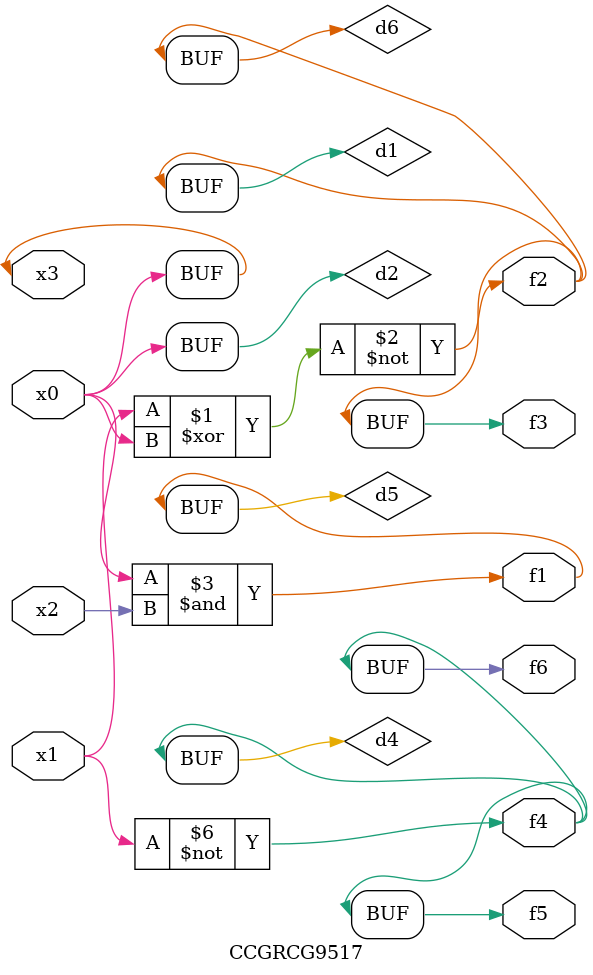
<source format=v>
module CCGRCG9517(
	input x0, x1, x2, x3,
	output f1, f2, f3, f4, f5, f6
);

	wire d1, d2, d3, d4, d5, d6;

	xnor (d1, x1, x3);
	buf (d2, x0, x3);
	nand (d3, x0, x2);
	not (d4, x1);
	nand (d5, d3);
	or (d6, d1);
	assign f1 = d5;
	assign f2 = d6;
	assign f3 = d6;
	assign f4 = d4;
	assign f5 = d4;
	assign f6 = d4;
endmodule

</source>
